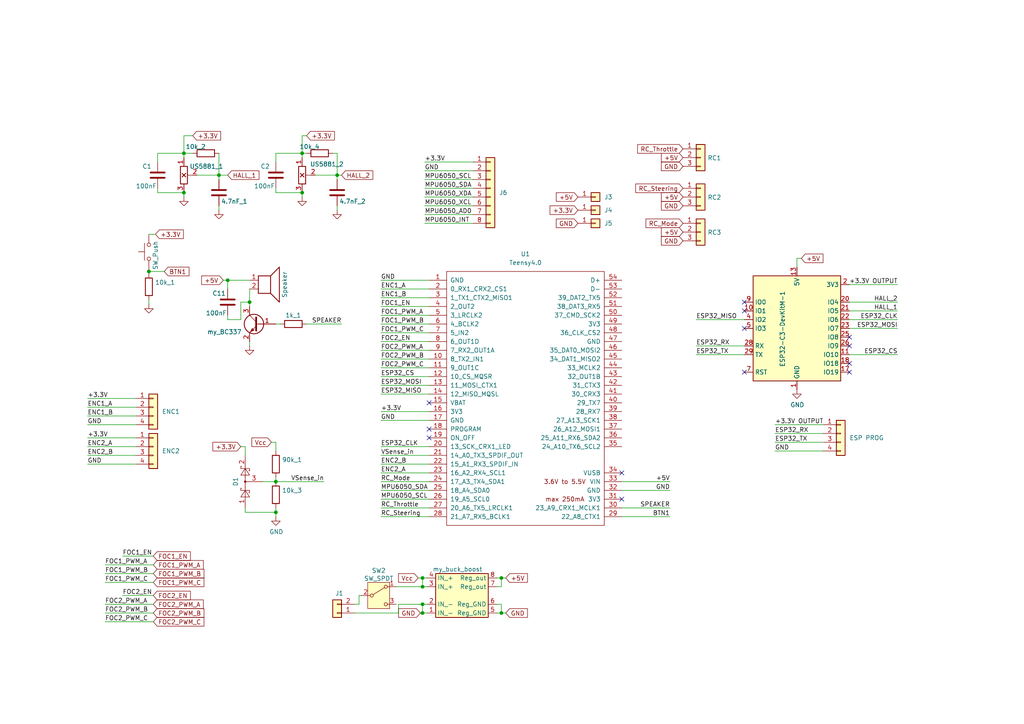
<source format=kicad_sch>
(kicad_sch (version 20231120) (generator "eeschema") (generator_version "8.0")
  (paper "A4")
  (lib_symbols
    (symbol "Connector_Generic:Conn_01x01" (pin_names (offset 1.016) hide)
      (property "Reference" "J" (at 0 2.54 0))
      (property "Value" "Conn_01x01" (at 0 -2.54 0))
      (symbol "Conn_01x01_1_1"
        (rectangle (start -1.27 0.127) (end 0 -0.127) (stroke (width 0.1524)))
        (rectangle (start -1.27 1.27) (end 1.27 -1.27) (stroke (width 0.254)) (fill (type background)))
        (pin passive line (at -5.08 0 0) (length 3.81) (name "Pin_1") (number "1"))
      )
    )
    (symbol "Connector_Generic:Conn_01x02" (pin_names (offset 1.016) hide)
      (property "Reference" "J" (at 0 2.54 0))
      (property "Value" "Conn_01x02" (at 0 -5.08 0))
      (symbol "Conn_01x02_1_1"
        (rectangle (start -1.27 -2.413) (end 0 -2.667) (stroke (width 0.1524)))
        (rectangle (start -1.27 0.127) (end 0 -0.127) (stroke (width 0.1524)))
        (rectangle (start -1.27 1.27) (end 1.27 -3.81) (stroke (width 0.254)) (fill (type background)))
        (pin passive line (at -5.08 0 0) (length 3.81) (name "Pin_1") (number "1"))
        (pin passive line (at -5.08 -2.54 0) (length 3.81) (name "Pin_2") (number "2"))
      )
    )
    (symbol "Connector_Generic:Conn_01x03" (pin_names (offset 1.016) hide)
      (property "Reference" "J" (at 0 5.08 0))
      (property "Value" "Conn_01x03" (at 0 -5.08 0))
      (symbol "Conn_01x03_1_1"
        (rectangle (start -1.27 -2.413) (end 0 -2.667) (stroke (width 0.1524)))
        (rectangle (start -1.27 0.127) (end 0 -0.127) (stroke (width 0.1524)))
        (rectangle (start -1.27 2.667) (end 0 2.413) (stroke (width 0.1524)))
        (rectangle (start -1.27 3.81) (end 1.27 -3.81) (stroke (width 0.254)) (fill (type background)))
        (pin passive line (at -5.08 2.54 0) (length 3.81) (name "Pin_1") (number "1"))
        (pin passive line (at -5.08 0 0) (length 3.81) (name "Pin_2") (number "2"))
        (pin passive line (at -5.08 -2.54 0) (length 3.81) (name "Pin_3") (number "3"))
      )
    )
    (symbol "Connector_Generic:Conn_01x04" (pin_names (offset 1.016) hide)
      (property "Reference" "J" (at 0 5.08 0))
      (property "Value" "Conn_01x04" (at 0 -7.62 0))
      (symbol "Conn_01x04_1_1"
        (rectangle (start -1.27 -4.953) (end 0 -5.207) (stroke (width 0.1524)))
        (rectangle (start -1.27 -2.413) (end 0 -2.667) (stroke (width 0.1524)))
        (rectangle (start -1.27 0.127) (end 0 -0.127) (stroke (width 0.1524)))
        (rectangle (start -1.27 2.667) (end 0 2.413) (stroke (width 0.1524)))
        (rectangle (start -1.27 3.81) (end 1.27 -6.35) (stroke (width 0.254)) (fill (type background)))
        (pin passive line (at -5.08 2.54 0) (length 3.81) (name "Pin_1") (number "1"))
        (pin passive line (at -5.08 0 0) (length 3.81) (name "Pin_2") (number "2"))
        (pin passive line (at -5.08 -2.54 0) (length 3.81) (name "Pin_3") (number "3"))
        (pin passive line (at -5.08 -5.08 0) (length 3.81) (name "Pin_4") (number "4"))
      )
    )
    (symbol "Connector_Generic:Conn_01x08" (pin_names (offset 1.016) hide)
      (property "Reference" "J" (at 0 10.16 0))
      (property "Value" "Conn_01x08" (at 0 -12.7 0))
      (symbol "Conn_01x08_1_1"
        (rectangle (start -1.27 -10.033) (end 0 -10.287) (stroke (width 0.1524)))
        (rectangle (start -1.27 -7.493) (end 0 -7.747) (stroke (width 0.1524)))
        (rectangle (start -1.27 -4.953) (end 0 -5.207) (stroke (width 0.1524)))
        (rectangle (start -1.27 -2.413) (end 0 -2.667) (stroke (width 0.1524)))
        (rectangle (start -1.27 0.127) (end 0 -0.127) (stroke (width 0.1524)))
        (rectangle (start -1.27 2.667) (end 0 2.413) (stroke (width 0.1524)))
        (rectangle (start -1.27 5.207) (end 0 4.953) (stroke (width 0.1524)))
        (rectangle (start -1.27 7.747) (end 0 7.493) (stroke (width 0.1524)))
        (rectangle (start -1.27 8.89) (end 1.27 -11.43) (stroke (width 0.254)) (fill (type background)))
        (pin passive line (at -5.08 7.62 0) (length 3.81) (name "Pin_1") (number "1"))
        (pin passive line (at -5.08 5.08 0) (length 3.81) (name "Pin_2") (number "2"))
        (pin passive line (at -5.08 2.54 0) (length 3.81) (name "Pin_3") (number "3"))
        (pin passive line (at -5.08 0 0) (length 3.81) (name "Pin_4") (number "4"))
        (pin passive line (at -5.08 -2.54 0) (length 3.81) (name "Pin_5") (number "5"))
        (pin passive line (at -5.08 -5.08 0) (length 3.81) (name "Pin_6") (number "6"))
        (pin passive line (at -5.08 -7.62 0) (length 3.81) (name "Pin_7") (number "7"))
        (pin passive line (at -5.08 -10.16 0) (length 3.81) (name "Pin_8") (number "8"))
      )
    )
    (symbol "Device:C" (pin_numbers hide) (pin_names (offset 0.254))
      (property "Reference" "C" (at 0.635 2.54 0))
      (property "Value" "C" (at 0.635 -2.54 0))
      (symbol "C_0_1"
        (polyline (pts (xy -2.032 -0.762) (xy 2.032 -0.762)) (stroke (width 0.508)))
        (polyline (pts (xy -2.032 0.762) (xy 2.032 0.762)) (stroke (width 0.508)))
      )
      (symbol "C_1_1"
        (pin passive line (at 0 3.81 270) (length 2.794) (name "~") (number "1"))
        (pin passive line (at 0 -3.81 90) (length 2.794) (name "~") (number "2"))
      )
    )
    (symbol "Device:R" (pin_numbers hide) (pin_names (offset 0))
      (property "Reference" "R" (at 2.032 0 90))
      (property "Value" "R" (at 0 0 90))
      (symbol "R_0_1"
        (rectangle (start -1.016 -2.54) (end 1.016 2.54) (stroke (width 0.254)))
      )
      (symbol "R_1_1"
        (pin passive line (at 0 3.81 270) (length 1.27) (name "~") (number "1"))
        (pin passive line (at 0 -3.81 90) (length 1.27) (name "~") (number "2"))
      )
    )
    (symbol "Device:Speaker" (pin_names (offset 0) hide)
      (property "Reference" "LS" (at 1.27 5.715 0))
      (property "Value" "Speaker" (at 1.27 3.81 0))
      (symbol "Speaker_0_0"
        (rectangle (start -2.54 1.27) (end 1.016 -3.81) (stroke (width 0.254)))
        (polyline (pts (xy 1.016 1.27) (xy 3.556 3.81) (xy 3.556 -6.35) (xy 1.016 -3.81)) (stroke (width 0.254)))
      )
      (symbol "Speaker_1_1"
        (pin input line (at -5.08 0 0) (length 2.54) (name "1") (number "1"))
        (pin input line (at -5.08 -2.54 0) (length 2.54) (name "2") (number "2"))
      )
    )
    (symbol "RF_Module:ESP32-C3-DevKitM-1"
      (property "Reference" "U" (at 7.62 16.51 0))
      (property "Value" "ESP32-C3-DevKitM-1" (at 11.684 -16.764 0))
      (symbol "ESP32-C3-DevKitM-1_1_1"
        (rectangle (start -12.7 15.24) (end 12.7 -15.24) (stroke (width 0.254)) (fill (type background)))
        (pin power_in line (at 0 -17.78 90) (length 2.54) (name "GND") (number "1"))
        (pin bidirectional line (at -15.24 5.08 0) (length 2.54) (name "IO1") (number "10"))
        (pin bidirectional line (at 15.24 -7.62 180) (length 2.54) (name "IO10") (number "11"))
        (pin passive line (at 0 -17.78 90) (length 2.54) hide (name "GND") (number "12"))
        (pin passive line (at 0 17.78 270) (length 2.54) (name "5V") (number "13"))
        (pin passive line (at 0 17.78 270) (length 2.54) hide (name "5V") (number "14"))
        (pin passive line (at 0 -17.78 90) (length 2.54) hide (name "GND") (number "15"))
        (pin passive line (at 0 -17.78 90) (length 2.54) hide (name "GND") (number "16"))
        (pin bidirectional line (at 15.24 -12.7 180) (length 2.54) (name "IO19") (number "17"))
        (pin bidirectional line (at 15.24 -10.16 180) (length 2.54) (name "IO18") (number "18"))
        (pin passive line (at 0 -17.78 90) (length 2.54) hide (name "GND") (number "19"))
        (pin power_out line (at 15.24 12.7 180) (length 2.54) (name "3V3") (number "2"))
        (pin bidirectional line (at 15.24 7.62 180) (length 2.54) (name "IO4") (number "20"))
        (pin bidirectional line (at 15.24 5.08 180) (length 2.54) (name "IO5") (number "21"))
        (pin bidirectional line (at 15.24 2.54 180) (length 2.54) (name "IO6") (number "22"))
        (pin bidirectional line (at 15.24 0 180) (length 2.54) (name "IO7") (number "23"))
        (pin passive line (at 0 -17.78 90) (length 2.54) hide (name "GND") (number "24"))
        (pin bidirectional line (at 15.24 -2.54 180) (length 2.54) (name "IO8") (number "25"))
        (pin bidirectional line (at 15.24 -5.08 180) (length 2.54) (name "IO9") (number "26"))
        (pin passive line (at 0 -17.78 90) (length 2.54) hide (name "GND") (number "27"))
        (pin input line (at -15.24 -5.08 0) (length 2.54) (name "RX") (number "28"))
        (pin output line (at -15.24 -7.62 0) (length 2.54) (name "TX") (number "29"))
        (pin passive line (at 15.24 12.7 180) (length 2.54) hide (name "3V3") (number "3"))
        (pin passive line (at 0 -17.78 90) (length 2.54) hide (name "GND") (number "30"))
        (pin bidirectional line (at -15.24 2.54 0) (length 2.54) (name "IO2") (number "4"))
        (pin bidirectional line (at -15.24 0 0) (length 2.54) (name "IO3") (number "5"))
        (pin passive line (at 0 -17.78 90) (length 2.54) hide (name "GND") (number "6"))
        (pin input line (at -15.24 -12.7 0) (length 2.54) (name "RST") (number "7"))
        (pin passive line (at 0 -17.78 90) (length 2.54) hide (name "GND") (number "8"))
        (pin bidirectional line (at -15.24 7.62 0) (length 2.54) (name "IO0") (number "9"))
      )
    )
    (symbol "Switch:SW_Push" (pin_numbers hide) (pin_names (offset 1.016) hide)
      (property "Reference" "SW" (at 1.27 2.54 0))
      (property "Value" "SW_Push" (at 0 -1.524 0))
      (symbol "SW_Push_0_1"
        (circle (center -2.032 0) (radius 0.508))
        (polyline (pts (xy 0 1.27) (xy 0 3.048)))
        (polyline (pts (xy 2.54 1.27) (xy -2.54 1.27)))
        (circle (center 2.032 0) (radius 0.508))
        (pin passive line (at -5.08 0 0) (length 2.54) (name "1") (number "1"))
        (pin passive line (at 5.08 0 180) (length 2.54) (name "2") (number "2"))
      )
    )
    (symbol "Switch:SW_SPDT" (pin_names (offset 0) hide)
      (property "Reference" "SW" (at 0 5.08 0))
      (property "Value" "SW_SPDT" (at 0 -5.08 0))
      (symbol "SW_SPDT_0_1"
        (circle (center -2.032 0) (radius 0.4572))
        (polyline (pts (xy -1.651 0.254) (xy 1.651 2.286)))
        (circle (center 2.032 -2.54) (radius 0.4572))
        (circle (center 2.032 2.54) (radius 0.4572))
      )
      (symbol "SW_SPDT_1_1"
        (rectangle (start -3.175 3.81) (end 3.175 -3.81) (fill (type background)))
        (pin passive line (at 5.08 2.54 180) (length 2.54) (name "A") (number "1"))
        (pin passive line (at -5.08 0 0) (length 2.54) (name "B") (number "2"))
        (pin passive line (at 5.08 -2.54 180) (length 2.54) (name "C") (number "3"))
      )
    )
    (symbol "Transistor_BJT:my_BC337" (pin_names (offset 0) hide)
      (property "Value" "my_BC337" (at 5.08 0.0001 0))
      (symbol "my_BC337_0_1"
        (polyline (pts (xy 0 0) (xy 0.635 0)))
        (polyline (pts (xy 0.635 0.635) (xy 2.54 2.54)))
        (polyline (pts (xy 0.635 -0.635) (xy 2.54 -2.54) (xy 2.54 -2.54)))
        (polyline (pts (xy 0.635 1.905) (xy 0.635 -1.905) (xy 0.635 -1.905)) (stroke (width 0.508)))
        (polyline (pts (xy 1.27 -1.778) (xy 1.778 -1.27) (xy 2.286 -2.286) (xy 1.27 -1.778) (xy 1.27 -1.778)) (fill (type outline)))
        (circle (center 1.27 0) (radius 2.8194) (stroke (width 0.254)))
      )
      (symbol "my_BC337_1_1"
        (pin input line (at -5.08 0 0) (length 5.08) (name "B") (number "1"))
        (pin passive line (at 2.54 -5.08 90) (length 2.54) (name "E") (number "2"))
        (pin passive line (at 2.54 5.08 270) (length 2.54) (name "C") (number "3"))
      )
    )
    (symbol "teensy:Teensy4.0" (pin_names (offset 1.016))
      (property "Reference" "U" (at 0 39.37 0))
      (property "Value" "Teensy4.0" (at 0 -39.37 0))
      (symbol "Teensy4.0_0_0"
        (text "3.6V to 5.5V" (at 11.43 -24.13 0) (effects (font (size 1.27 1.27))))
        (text "max 250mA" (at 11.43 -29.21 0) (effects (font (size 1.27 1.27))))
        (pin bidirectional line (at -27.94 11.43 0) (length 5.08) (name "8_TX2_IN1") (number "10"))
        (pin bidirectional line (at -27.94 8.89 0) (length 5.08) (name "9_OUT1C") (number "11"))
        (pin bidirectional line (at -27.94 6.35 0) (length 5.08) (name "10_CS_MQSR") (number "12"))
        (pin bidirectional line (at -27.94 3.81 0) (length 5.08) (name "11_MOSI_CTX1") (number "13"))
        (pin bidirectional line (at -27.94 1.27 0) (length 5.08) (name "12_MISO_MQSL") (number "14"))
        (pin power_in line (at -27.94 -1.27 0) (length 5.08) (name "VBAT") (number "15"))
        (pin power_in line (at -27.94 -3.81 0) (length 5.08) (name "3V3") (number "16"))
        (pin power_in line (at -27.94 -6.35 0) (length 5.08) (name "GND") (number "17"))
        (pin input line (at -27.94 -8.89 0) (length 5.08) (name "PROGRAM") (number "18"))
        (pin input line (at -27.94 -11.43 0) (length 5.08) (name "ON_OFF") (number "19"))
        (pin bidirectional line (at -27.94 -13.97 0) (length 5.08) (name "13_SCK_CRX1_LED") (number "20"))
        (pin bidirectional line (at -27.94 -16.51 0) (length 5.08) (name "14_A0_TX3_SPDIF_OUT") (number "21"))
        (pin bidirectional line (at -27.94 -19.05 0) (length 5.08) (name "15_A1_RX3_SPDIF_IN") (number "22"))
        (pin bidirectional line (at -27.94 -21.59 0) (length 5.08) (name "16_A2_RX4_SCL1") (number "23"))
        (pin bidirectional line (at -27.94 -24.13 0) (length 5.08) (name "17_A3_TX4_SDA1") (number "24"))
        (pin bidirectional line (at -27.94 -26.67 0) (length 5.08) (name "18_A4_SDA0") (number "25"))
        (pin bidirectional line (at -27.94 -29.21 0) (length 5.08) (name "19_A5_SCL0") (number "26"))
        (pin bidirectional line (at -27.94 -31.75 0) (length 5.08) (name "20_A6_TX5_LRCLK1") (number "27"))
        (pin bidirectional line (at -27.94 -34.29 0) (length 5.08) (name "21_A7_RX5_BCLK1") (number "28"))
        (pin bidirectional line (at 27.94 -34.29 180) (length 5.08) (name "22_A8_CTX1") (number "29"))
        (pin bidirectional line (at 27.94 -31.75 180) (length 5.08) (name "23_A9_CRX1_MCLK1") (number "30"))
        (pin power_out line (at 27.94 -29.21 180) (length 5.08) (name "3V3") (number "31"))
        (pin power_in line (at 27.94 -26.67 180) (length 5.08) (name "GND") (number "32"))
        (pin power_in line (at 27.94 -24.13 180) (length 5.08) (name "VIN") (number "33"))
        (pin power_out line (at 27.94 -21.59 180) (length 5.08) (name "VUSB") (number "34"))
        (pin bidirectional line (at 27.94 -13.97 180) (length 5.08) (name "24_A10_TX6_SCL2") (number "35"))
        (pin bidirectional line (at 27.94 -11.43 180) (length 5.08) (name "25_A11_RX6_SDA2") (number "36"))
        (pin bidirectional line (at 27.94 -8.89 180) (length 5.08) (name "26_A12_MOSI1") (number "37"))
        (pin bidirectional line (at 27.94 -6.35 180) (length 5.08) (name "27_A13_SCK1") (number "38"))
        (pin bidirectional line (at 27.94 -3.81 180) (length 5.08) (name "28_RX7") (number "39"))
        (pin bidirectional line (at 27.94 -1.27 180) (length 5.08) (name "29_TX7") (number "40"))
        (pin bidirectional line (at 27.94 1.27 180) (length 5.08) (name "30_CRX3") (number "41"))
        (pin bidirectional line (at 27.94 3.81 180) (length 5.08) (name "31_CTX3") (number "42"))
        (pin bidirectional line (at 27.94 6.35 180) (length 5.08) (name "32_OUT1B") (number "43"))
        (pin bidirectional line (at 27.94 8.89 180) (length 5.08) (name "33_MCLK2") (number "44"))
        (pin bidirectional line (at 27.94 11.43 180) (length 5.08) (name "34_DAT1_MISO2") (number "45"))
        (pin bidirectional line (at 27.94 13.97 180) (length 5.08) (name "35_DAT0_MOSI2") (number "46"))
        (pin power_out line (at 27.94 16.51 180) (length 5.08) (name "GND") (number "47"))
        (pin bidirectional line (at 27.94 19.05 180) (length 5.08) (name "36_CLK_CS2") (number "48"))
        (pin power_out line (at 27.94 21.59 180) (length 5.08) (name "3V3") (number "49"))
        (pin bidirectional line (at -27.94 24.13 0) (length 5.08) (name "3_LRCLK2") (number "5"))
        (pin bidirectional line (at 27.94 24.13 180) (length 5.08) (name "37_CMD_SCK2") (number "50"))
        (pin bidirectional line (at 27.94 26.67 180) (length 5.08) (name "38_DAT3_RX5") (number "51"))
        (pin bidirectional line (at 27.94 29.21 180) (length 5.08) (name "39_DAT2_TX5") (number "52"))
        (pin bidirectional line (at 27.94 31.75 180) (length 5.08) (name "D-") (number "53"))
        (pin bidirectional line (at 27.94 34.29 180) (length 5.08) (name "D+") (number "54"))
        (pin bidirectional line (at -27.94 21.59 0) (length 5.08) (name "4_BCLK2") (number "6"))
        (pin bidirectional line (at -27.94 19.05 0) (length 5.08) (name "5_IN2") (number "7"))
        (pin bidirectional line (at -27.94 16.51 0) (length 5.08) (name "6_OUT1D") (number "8"))
        (pin bidirectional line (at -27.94 13.97 0) (length 5.08) (name "7_RX2_OUT1A") (number "9"))
      )
      (symbol "Teensy4.0_0_1"
        (rectangle (start -22.86 36.83) (end 22.86 -36.83))
        (rectangle (start -20.32 -31.75) (end -20.32 -31.75))
      )
      (symbol "Teensy4.0_1_1"
        (pin power_in line (at -27.94 34.29 0) (length 5.08) (name "GND") (number "1"))
        (pin bidirectional line (at -27.94 31.75 0) (length 5.08) (name "0_RX1_CRX2_CS1") (number "2"))
        (pin bidirectional line (at -27.94 29.21 0) (length 5.08) (name "1_TX1_CTX2_MISO1") (number "3"))
        (pin bidirectional line (at -27.94 26.67 0) (length 5.08) (name "2_OUT2") (number "4"))
      )
    )
    (symbol "two_motor_driver-rescue:BAT54S-Diode" (pin_names (offset 1.016))
      (property "Reference" "D" (at 0.635 -3.81 0))
      (property "Value" "Diode_BAT54S" (at -6.35 3.175 0))
      (symbol "BAT54S-Diode_0_1"
        (polyline (pts (xy -3.81 0) (xy -1.27 0)))
        (polyline (pts (xy -3.175 -1.27) (xy -3.175 -1.016)))
        (polyline (pts (xy -2.54 -1.27) (xy -3.175 -1.27)))
        (polyline (pts (xy -2.54 -1.27) (xy -2.54 1.27)))
        (polyline (pts (xy -2.54 1.27) (xy -1.905 1.27)))
        (polyline (pts (xy -1.905 0) (xy 1.905 0)))
        (polyline (pts (xy -1.905 1.27) (xy -1.905 1.016)))
        (polyline (pts (xy 1.27 0) (xy 3.81 0)))
        (polyline (pts (xy 3.175 -1.27) (xy 3.175 -1.016)))
        (polyline (pts (xy 3.81 -1.27) (xy 3.175 -1.27)))
        (polyline (pts (xy 3.81 -1.27) (xy 3.81 1.27)))
        (polyline (pts (xy 3.81 1.27) (xy 4.445 1.27)))
        (polyline (pts (xy 4.445 1.27) (xy 4.445 1.016)))
        (polyline (pts (xy -4.445 1.27) (xy -4.445 -1.27) (xy -2.54 0) (xy -4.445 1.27)))
        (polyline (pts (xy 1.905 1.27) (xy 1.905 -1.27) (xy 3.81 0) (xy 1.905 1.27)))
        (circle (center 0 0) (radius 0.254) (fill (type outline)))
      )
      (symbol "BAT54S-Diode_1_1"
        (pin passive line (at -7.62 0 0) (length 3.81) (name "~") (number "1"))
        (pin passive line (at 7.62 0 180) (length 3.81) (name "~") (number "2"))
        (pin passive line (at 0 -5.08 90) (length 5.08) (name "~") (number "3"))
      )
    )
    (symbol "two_motor_driver-rescue:GND-power" (power) (pin_names (offset 0))
      (property "Value" "power_GND" (at 0 -3.81 0))
      (symbol "GND-power_0_1"
        (polyline (pts (xy 0 0) (xy 0 -1.27) (xy 1.27 -1.27) (xy 0 -2.54) (xy -1.27 -1.27) (xy 0 -1.27)))
      )
      (symbol "GND-power_1_1"
        (pin power_in line (at 0 0 270) (length 0) hide (name "GND") (number "1"))
      )
    )
    (symbol "two_motor_driver-rescue:hall_effect_three_wire-Device" (pin_names (offset 0) hide)
      (property "Reference" "HS" (at 3.81 4.445 0))
      (property "Value" "Device_hall_effect_three_wire" (at 2.54 2.54 0))
      (symbol "hall_effect_three_wire-Device_0_1"
        (rectangle (start -1.016 2.54) (end 1.016 -2.54) (stroke (width 0.254)))
        (polyline (pts (xy -0.508 -0.508) (xy 0.508 0.508)) (stroke (width 0.254)))
        (polyline (pts (xy -0.508 0.508) (xy 0.508 -0.508)) (stroke (width 0.254)))
        (polyline (pts (xy 1.016 0) (xy 2.54 0)))
      )
      (symbol "hall_effect_three_wire-Device_1_1"
        (pin passive line (at 0 5.08 270) (length 2.54) (name "V+") (number "1"))
        (pin passive line (at 3.81 0 180) (length 1.27) (name "out") (number "2"))
        (pin passive line (at 0 -5.08 90) (length 2.54) (name "V-") (number "3"))
      )
    )
    (symbol "two_motor_driver-rescue:my_buck_boost-Regulator_Switching"
      (property "Reference" "U" (at -6.35 6.35 0))
      (property "Value" "Regulator_Switching_my_buck_boost" (at -5.08 7.62 0))
      (symbol "my_buck_boost-Regulator_Switching_0_1"
        (rectangle (start -7.62 5.08) (end 7.62 -7.62) (stroke (width 0.254)) (fill (type background)))
      )
      (symbol "my_buck_boost-Regulator_Switching_1_1"
        (pin open_emitter line (at -10.16 3.81 0) (length 2.54) (name "IN_-") (number "1"))
        (pin power_in line (at -10.16 1.27 0) (length 2.54) (name "IN_-") (number "2"))
        (pin power_out line (at -10.16 -3.81 0) (length 2.54) (name "IN_+") (number "3"))
        (pin power_in line (at -10.16 -6.35 0) (length 2.54) (name "IN_+") (number "4"))
        (pin power_out line (at 10.16 3.81 180) (length 2.54) (name "Reg_GND") (number "5"))
        (pin power_out line (at 10.16 1.27 180) (length 2.54) (name "Reg_GND") (number "6"))
        (pin power_out line (at 10.16 -3.81 180) (length 2.54) (name "Reg_out") (number "7"))
        (pin power_out line (at 10.16 -6.35 180) (length 2.54) (name "Reg_out") (number "8"))
      )
    )
  )
  (junction (at 63.5 50.8))
  (junction (at 80.01 148.59))
  (junction (at 122.555 167.64))
  (junction (at 53.34 44.45))
  (junction (at 72.39 87.63))
  (junction (at 145.415 177.8))
  (junction (at 66.04 81.28))
  (junction (at 122.555 177.8))
  (junction (at 122.555 175.26))
  (junction (at 122.555 170.18))
  (junction (at 87.63 44.45))
  (junction (at 80.01 139.7))
  (junction (at 43.18 78.74))
  (junction (at 145.415 167.64))
  (junction (at 53.34 55.88))
  (junction (at 87.63 55.88))
  (junction (at 97.79 50.8))
  (no_connect (at 246.38 97.79))
  (no_connect (at 246.38 100.33))
  (no_connect (at 124.46 124.46))
  (no_connect (at 246.38 107.95))
  (no_connect (at 215.9 87.63))
  (no_connect (at 180.34 144.78))
  (no_connect (at 246.38 105.41))
  (no_connect (at 124.46 127))
  (no_connect (at 124.46 116.84))
  (no_connect (at 215.9 95.25))
  (no_connect (at 215.9 107.95))
  (no_connect (at 215.9 90.17))
  (no_connect (at 180.34 137.16))
  (wire (pts (xy 145.415 167.64) (xy 144.145 167.64)))
  (wire (pts (xy 25.4 132.08) (xy 39.37 132.08)))
  (wire (pts (xy 66.04 91.44) (xy 66.04 92.71)))
  (wire (pts (xy 110.49 91.44) (xy 124.46 91.44)))
  (wire (pts (xy 194.31 142.24) (xy 180.34 142.24)))
  (wire (pts (xy 110.49 137.16) (xy 124.46 137.16)))
  (wire (pts (xy 201.93 92.71) (xy 215.9 92.71)))
  (wire (pts (xy 110.49 86.36) (xy 124.46 86.36)))
  (wire (pts (xy 30.48 166.37) (xy 44.45 166.37)))
  (wire (pts (xy 123.825 177.8) (xy 122.555 177.8)))
  (wire (pts (xy 123.19 62.23) (xy 137.16 62.23)))
  (wire (pts (xy 123.19 49.53) (xy 137.16 49.53)))
  (wire (pts (xy 80.01 54.61) (xy 80.01 55.88)))
  (wire (pts (xy 110.49 142.24) (xy 124.46 142.24)))
  (wire (pts (xy 66.04 92.71) (xy 69.85 92.71)))
  (wire (pts (xy 110.49 81.28) (xy 124.46 81.28)))
  (wire (pts (xy 30.48 163.83) (xy 44.45 163.83)))
  (wire (pts (xy 63.5 50.8) (xy 63.5 52.07)))
  (wire (pts (xy 88.9 93.98) (xy 99.06 93.98)))
  (wire (pts (xy 71.12 148.59) (xy 80.01 148.59)))
  (wire (pts (xy 80.01 148.59) (xy 80.01 149.86)))
  (wire (pts (xy 78.74 128.27) (xy 80.01 128.27)))
  (wire (pts (xy 76.2 139.7) (xy 80.01 139.7)))
  (wire (pts (xy 80.01 93.98) (xy 81.28 93.98)))
  (wire (pts (xy 64.77 81.28) (xy 66.04 81.28)))
  (wire (pts (xy 115.57 177.8) (xy 102.87 177.8)))
  (wire (pts (xy 260.35 87.63) (xy 246.38 87.63)))
  (wire (pts (xy 91.44 50.8) (xy 97.79 50.8)))
  (wire (pts (xy 123.19 52.07) (xy 137.16 52.07)))
  (wire (pts (xy 80.01 147.32) (xy 80.01 148.59)))
  (wire (pts (xy 80.01 44.45) (xy 80.01 46.99)))
  (wire (pts (xy 122.555 175.26) (xy 115.57 175.26)))
  (wire (pts (xy 72.39 83.82) (xy 72.39 87.63)))
  (wire (pts (xy 122.555 170.18) (xy 123.825 170.18)))
  (wire (pts (xy 260.35 90.17) (xy 246.38 90.17)))
  (wire (pts (xy 110.49 139.7) (xy 124.46 139.7)))
  (wire (pts (xy 122.555 167.64) (xy 123.825 167.64)))
  (wire (pts (xy 110.49 96.52) (xy 124.46 96.52)))
  (wire (pts (xy 224.79 128.27) (xy 238.76 128.27)))
  (wire (pts (xy 53.34 44.45) (xy 45.72 44.45)))
  (wire (pts (xy 144.145 175.26) (xy 145.415 175.26)))
  (wire (pts (xy 25.4 129.54) (xy 39.37 129.54)))
  (wire (pts (xy 145.415 177.8) (xy 146.685 177.8)))
  (wire (pts (xy 97.79 50.8) (xy 99.06 50.8)))
  (wire (pts (xy 87.63 45.72) (xy 87.63 44.45)))
  (wire (pts (xy 260.35 95.25) (xy 246.38 95.25)))
  (wire (pts (xy 97.79 50.8) (xy 97.79 52.07)))
  (wire (pts (xy 231.14 74.93) (xy 231.14 77.47)))
  (wire (pts (xy 260.35 82.55) (xy 246.38 82.55)))
  (wire (pts (xy 71.12 129.54) (xy 69.85 129.54)))
  (wire (pts (xy 87.63 44.45) (xy 80.01 44.45)))
  (wire (pts (xy 45.72 55.88) (xy 53.34 55.88)))
  (wire (pts (xy 43.18 78.74) (xy 43.18 79.375)))
  (wire (pts (xy 104.14 175.26) (xy 104.14 172.72)))
  (wire (pts (xy 201.93 102.87) (xy 215.9 102.87)))
  (wire (pts (xy 87.63 39.37) (xy 87.63 44.45)))
  (wire (pts (xy 110.49 104.14) (xy 124.46 104.14)))
  (wire (pts (xy 63.5 59.69) (xy 63.5 60.96)))
  (wire (pts (xy 110.49 93.98) (xy 124.46 93.98)))
  (wire (pts (xy 97.79 44.45) (xy 97.79 50.8)))
  (wire (pts (xy 69.85 92.71) (xy 69.85 87.63)))
  (wire (pts (xy 30.48 177.8) (xy 44.45 177.8)))
  (wire (pts (xy 110.49 106.68) (xy 124.46 106.68)))
  (wire (pts (xy 122.555 175.26) (xy 122.555 177.8)))
  (wire (pts (xy 25.4 123.19) (xy 39.37 123.19)))
  (wire (pts (xy 57.15 50.8) (xy 63.5 50.8)))
  (wire (pts (xy 110.49 101.6) (xy 124.46 101.6)))
  (wire (pts (xy 25.4 115.57) (xy 39.37 115.57)))
  (wire (pts (xy 110.49 119.38) (xy 124.46 119.38)))
  (wire (pts (xy 43.18 67.945) (xy 45.085 67.945)))
  (wire (pts (xy 80.01 128.27) (xy 80.01 130.81)))
  (wire (pts (xy 45.72 54.61) (xy 45.72 55.88)))
  (wire (pts (xy 80.01 138.43) (xy 80.01 139.7)))
  (wire (pts (xy 110.49 111.76) (xy 124.46 111.76)))
  (wire (pts (xy 110.49 88.9) (xy 124.46 88.9)))
  (wire (pts (xy 25.4 134.62) (xy 39.37 134.62)))
  (wire (pts (xy 55.88 39.37) (xy 53.34 39.37)))
  (wire (pts (xy 45.72 44.45) (xy 45.72 46.99)))
  (wire (pts (xy 123.19 57.15) (xy 137.16 57.15)))
  (wire (pts (xy 63.5 50.8) (xy 66.04 50.8)))
  (wire (pts (xy 53.34 44.45) (xy 55.88 44.45)))
  (wire (pts (xy 53.34 57.15) (xy 53.34 55.88)))
  (wire (pts (xy 93.98 139.7) (xy 80.01 139.7)))
  (wire (pts (xy 30.48 168.91) (xy 44.45 168.91)))
  (wire (pts (xy 260.35 92.71) (xy 246.38 92.71)))
  (wire (pts (xy 25.4 118.11) (xy 39.37 118.11)))
  (wire (pts (xy 123.19 64.77) (xy 137.16 64.77)))
  (wire (pts (xy 110.49 114.3) (xy 124.46 114.3)))
  (wire (pts (xy 96.52 44.45) (xy 97.79 44.45)))
  (wire (pts (xy 102.87 175.26) (xy 104.14 175.26)))
  (wire (pts (xy 123.19 59.69) (xy 137.16 59.69)))
  (wire (pts (xy 121.285 167.64) (xy 122.555 167.64)))
  (wire (pts (xy 63.5 44.45) (xy 63.5 50.8)))
  (wire (pts (xy 110.49 129.54) (xy 124.46 129.54)))
  (wire (pts (xy 201.93 100.33) (xy 215.9 100.33)))
  (wire (pts (xy 110.49 132.08) (xy 124.46 132.08)))
  (wire (pts (xy 72.39 99.06) (xy 72.39 100.33)))
  (wire (pts (xy 224.79 125.73) (xy 238.76 125.73)))
  (wire (pts (xy 122.555 170.18) (xy 122.555 167.64)))
  (wire (pts (xy 123.19 46.99) (xy 137.16 46.99)))
  (wire (pts (xy 43.18 78.105) (xy 43.18 78.74)))
  (wire (pts (xy 35.56 172.72) (xy 44.45 172.72)))
  (wire (pts (xy 110.49 121.92) (xy 124.46 121.92)))
  (wire (pts (xy 144.145 170.18) (xy 145.415 170.18)))
  (wire (pts (xy 260.35 102.87) (xy 246.38 102.87)))
  (wire (pts (xy 114.935 170.18) (xy 122.555 170.18)))
  (wire (pts (xy 43.18 86.995) (xy 43.18 88.265)))
  (wire (pts (xy 123.19 54.61) (xy 137.16 54.61)))
  (wire (pts (xy 145.415 175.26) (xy 145.415 177.8)))
  (wire (pts (xy 194.31 139.7) (xy 180.34 139.7)))
  (wire (pts (xy 53.34 39.37) (xy 53.34 44.45)))
  (wire (pts (xy 110.49 109.22) (xy 124.46 109.22)))
  (wire (pts (xy 145.415 170.18) (xy 145.415 167.64)))
  (wire (pts (xy 30.48 175.26) (xy 44.45 175.26)))
  (wire (pts (xy 30.48 180.34) (xy 44.45 180.34)))
  (wire (pts (xy 104.14 172.72) (xy 104.775 172.72)))
  (wire (pts (xy 146.685 167.64) (xy 145.415 167.64)))
  (wire (pts (xy 144.145 177.8) (xy 145.415 177.8)))
  (wire (pts (xy 123.825 175.26) (xy 122.555 175.26)))
  (wire (pts (xy 224.79 130.81) (xy 238.76 130.81)))
  (wire (pts (xy 72.39 87.63) (xy 72.39 88.9)))
  (wire (pts (xy 25.4 120.65) (xy 39.37 120.65)))
  (wire (pts (xy 71.12 132.08) (xy 71.12 129.54)))
  (wire (pts (xy 87.63 44.45) (xy 88.9 44.45)))
  (wire (pts (xy 25.4 127) (xy 39.37 127)))
  (wire (pts (xy 88.9 39.37) (xy 87.63 39.37)))
  (wire (pts (xy 66.04 81.28) (xy 66.04 83.82)))
  (wire (pts (xy 87.63 57.15) (xy 87.63 55.88)))
  (wire (pts (xy 66.04 81.28) (xy 72.39 81.28)))
  (wire (pts (xy 43.18 78.74) (xy 47.625 78.74)))
  (wire (pts (xy 110.49 147.32) (xy 124.46 147.32)))
  (wire (pts (xy 110.49 144.78) (xy 124.46 144.78)))
  (wire (pts (xy 80.01 55.88) (xy 87.63 55.88)))
  (wire (pts (xy 122.555 177.8) (xy 121.92 177.8)))
  (wire (pts (xy 110.49 134.62) (xy 124.46 134.62)))
  (wire (pts (xy 71.12 147.32) (xy 71.12 148.59)))
  (wire (pts (xy 69.85 87.63) (xy 72.39 87.63)))
  (wire (pts (xy 110.49 83.82) (xy 124.46 83.82)))
  (wire (pts (xy 194.31 149.86) (xy 180.34 149.86)))
  (wire (pts (xy 97.79 59.69) (xy 97.79 60.96)))
  (wire (pts (xy 35.56 161.29) (xy 44.45 161.29)))
  (wire (pts (xy 53.34 45.72) (xy 53.34 44.45)))
  (wire (pts (xy 115.57 175.26) (xy 115.57 177.8)))
  (wire (pts (xy 224.79 123.19) (xy 238.76 123.19)))
  (wire (pts (xy 232.41 74.93) (xy 231.14 74.93)))
  (wire (pts (xy 110.49 149.86) (xy 124.46 149.86)))
  (wire (pts (xy 110.49 99.06) (xy 124.46 99.06)))
  (wire (pts (xy 194.31 147.32) (xy 180.34 147.32)))
  (label "+3.3V" (at 25.4 115.57 0))
  (label "MPU6050_XCL" (at 123.19 59.69 0))
  (label "+3.3V OUTPUT" (at 224.79 123.19 0))
  (label "FOC2_PWM_B" (at 30.48 177.8 0))
  (label "FOC2_PWM_C" (at 30.48 180.34 0))
  (label "GND" (at 123.19 49.53 0))
  (label "ENC2_B" (at 110.49 134.62 0))
  (label "FOC1_PWM_A" (at 30.48 163.83 0))
  (label "FOC1_PWM_B" (at 110.49 93.98 0))
  (label "VSense_in" (at 110.49 132.08 0))
  (label "BTN1" (at 194.31 149.86 180))
  (label "MPU6050_SCL" (at 123.19 52.07 0))
  (label "RC_Mode" (at 110.49 139.7 0))
  (label "GND" (at 25.4 123.19 0))
  (label "MPU6050_AD0" (at 123.19 62.23 0))
  (label "GND" (at 224.79 130.81 0))
  (label "ESP32_CS" (at 110.49 109.22 0))
  (label "+3.3V" (at 110.49 119.38 0))
  (label "ENC1_B" (at 25.4 120.65 0))
  (label "MPU6050_XDA" (at 123.19 57.15 0))
  (label "ENC1_A" (at 110.49 83.82 0))
  (label "+5V" (at 194.31 139.7 180))
  (label "RC_Steering" (at 110.49 149.86 0))
  (label "FOC2_EN" (at 110.49 99.06 0))
  (label "FOC2_EN" (at 35.56 172.72 0))
  (label "ESP32_TX" (at 201.93 102.87 0))
  (label "ESP32_CLK" (at 110.49 129.54 0))
  (label "FOC1_PWM_A" (at 110.49 91.44 0))
  (label "ESP32_MISO" (at 110.49 114.3 0))
  (label "FOC2_PWM_C" (at 110.49 106.68 0))
  (label "SPEAKER" (at 194.31 147.32 180))
  (label "GND" (at 110.49 81.28 0))
  (label "+3.3V" (at 25.4 127 0))
  (label "+3.3V" (at 123.19 46.99 0))
  (label "MPU6050_SDA" (at 110.49 142.24 0))
  (label "FOC1_PWM_C" (at 110.49 96.52 0))
  (label "MPU6050_SCL" (at 110.49 144.78 0))
  (label "GND" (at 110.49 121.92 0))
  (label "VSense_in" (at 93.98 139.7 180))
  (label "FOC2_PWM_A" (at 110.49 101.6 0))
  (label "GND" (at 25.4 134.62 0))
  (label "FOC1_PWM_C" (at 30.48 168.91 0))
  (label "ESP32_RX" (at 224.79 125.73 0))
  (label "ESP32_CS" (at 260.35 102.87 180))
  (label "FOC2_PWM_A" (at 30.48 175.26 0))
  (label "HALL_1" (at 260.35 90.17 180))
  (label "ESP32_RX" (at 201.93 100.33 0))
  (label "ESP32_MOSI" (at 110.49 111.76 0))
  (label "ENC2_A" (at 110.49 137.16 0))
  (label "ESP32_MOSI" (at 260.35 95.25 180))
  (label "ESP32_MISO" (at 201.93 92.71 0))
  (label "RC_Throttle" (at 110.49 147.32 0))
  (label "ENC2_A" (at 25.4 129.54 0))
  (label "ESP32_CLK" (at 260.35 92.71 180))
  (label "SPEAKER" (at 99.06 93.98 180))
  (label "ENC1_B" (at 110.49 86.36 0))
  (label "FOC1_EN" (at 35.56 161.29 0))
  (label "FOC1_PWM_B" (at 30.48 166.37 0))
  (label "FOC1_EN" (at 110.49 88.9 0))
  (label "ESP32_TX" (at 224.79 128.27 0))
  (label "+3.3V OUTPUT" (at 260.35 82.55 180))
  (label "ENC1_A" (at 25.4 118.11 0))
  (label "MPU6050_SDA" (at 123.19 54.61 0))
  (label "GND" (at 194.31 142.24 180))
  (label "ENC2_B" (at 25.4 132.08 0))
  (label "FOC2_PWM_B" (at 110.49 104.14 0))
  (label "MPU6050_INT" (at 123.19 64.77 0))
  (label "HALL_2" (at 260.35 87.63 180))
  (global_label "GND" (shape input) (at 198.12 69.85 180) (property "Intersheetrefs" "${INTERSHEET_REFS}" (effects (hide yes))))
  (global_label "FOC1_PWM_A" (shape input) (at 44.45 163.83 0) (property "Intersheetrefs" "${INTERSHEET_REFS}" (effects (hide yes))))
  (global_label "GND" (shape input) (at 146.685 177.8 0) (property "Intersheetrefs" "${INTERSHEET_REFS}" (effects (hide yes))))
  (global_label "+3.3V" (shape input) (at 69.85 129.54 180) (property "Intersheetrefs" "${INTERSHEET_REFS}" (effects (hide yes))))
  (global_label "+5V" (shape input) (at 232.41 74.93 0) (property "Intersheetrefs" "${INTERSHEET_REFS}" (effects (hide yes))))
  (global_label "+3.3V" (shape input) (at 167.64 60.96 180) (property "Intersheetrefs" "${INTERSHEET_REFS}" (effects (hide yes))))
  (global_label "FOC2_PWM_A" (shape input) (at 44.45 175.26 0) (property "Intersheetrefs" "${INTERSHEET_REFS}" (effects (hide yes))))
  (global_label "BTN1" (shape input) (at 47.625 78.74 0) (property "Intersheetrefs" "${INTERSHEET_REFS}" (effects (hide yes))))
  (global_label "Vcc" (shape input) (at 121.285 167.64 180) (property "Intersheetrefs" "${INTERSHEET_REFS}" (effects (hide yes))))
  (global_label "GND" (shape input) (at 167.64 64.77 180) (property "Intersheetrefs" "${INTERSHEET_REFS}" (effects (hide yes))))
  (global_label "HALL_1" (shape input) (at 66.04 50.8 0) (property "Intersheetrefs" "${INTERSHEET_REFS}" (effects (hide yes))))
  (global_label "GND" (shape input) (at 198.12 48.26 180) (property "Intersheetrefs" "${INTERSHEET_REFS}" (effects (hide yes))))
  (global_label "RC_Throttle" (shape input) (at 198.12 43.18 180) (property "Intersheetrefs" "${INTERSHEET_REFS}" (effects (hide yes))))
  (global_label "+5V" (shape input) (at 64.77 81.28 180) (property "Intersheetrefs" "${INTERSHEET_REFS}" (effects (hide yes))))
  (global_label "Vcc" (shape input) (at 78.74 128.27 180) (property "Intersheetrefs" "${INTERSHEET_REFS}" (effects (hide yes))))
  (global_label "+3.3V" (shape input) (at 45.085 67.945 0) (property "Intersheetrefs" "${INTERSHEET_REFS}" (effects (hide yes))))
  (global_label "+3.3V" (shape input) (at 55.88 39.37 0) (property "Intersheetrefs" "${INTERSHEET_REFS}" (effects (hide yes))))
  (global_label "FOC1_EN" (shape input) (at 44.45 161.29 0) (property "Intersheetrefs" "${INTERSHEET_REFS}" (effects (hide yes))))
  (global_label "FOC2_PWM_B" (shape input) (at 44.45 177.8 0) (property "Intersheetrefs" "${INTERSHEET_REFS}" (effects (hide yes))))
  (global_label "HALL_2" (shape input) (at 99.06 50.8 0) (property "Intersheetrefs" "${INTERSHEET_REFS}" (effects (hide yes))))
  (global_label "FOC2_EN" (shape input) (at 44.45 172.72 0) (property "Intersheetrefs" "${INTERSHEET_REFS}" (effects (hide yes))))
  (global_label "GND" (shape input) (at 198.12 59.69 180) (property "Intersheetrefs" "${INTERSHEET_REFS}" (effects (hide yes))))
  (global_label "GND" (shape input) (at 121.92 177.8 180) (property "Intersheetrefs" "${INTERSHEET_REFS}" (effects (hide yes))))
  (global_label "+5V" (shape input) (at 198.12 45.72 180) (property "Intersheetrefs" "${INTERSHEET_REFS}" (effects (hide yes))))
  (global_label "RC_Steering" (shape input) (at 198.12 54.61 180) (property "Intersheetrefs" "${INTERSHEET_REFS}" (effects (hide yes))))
  (global_label "FOC1_PWM_C" (shape input) (at 44.45 168.91 0) (property "Intersheetrefs" "${INTERSHEET_REFS}" (effects (hide yes))))
  (global_label "+5V" (shape input) (at 146.685 167.64 0) (property "Intersheetrefs" "${INTERSHEET_REFS}" (effects (hide yes))))
  (global_label "FOC1_PWM_B" (shape input) (at 44.45 166.37 0) (property "Intersheetrefs" "${INTERSHEET_REFS}" (effects (hide yes))))
  (global_label "RC_Mode" (shape input) (at 198.12 64.77 180) (property "Intersheetrefs" "${INTERSHEET_REFS}" (effects (hide yes))))
  (global_label "FOC2_PWM_C" (shape input) (at 44.45 180.34 0) (property "Intersheetrefs" "${INTERSHEET_REFS}" (effects (hide yes))))
  (global_label "+5V" (shape input) (at 198.12 67.31 180) (property "Intersheetrefs" "${INTERSHEET_REFS}" (effects (hide yes))))
  (global_label "+5V" (shape input) (at 167.64 57.15 180) (property "Intersheetrefs" "${INTERSHEET_REFS}" (effects (hide yes))))
  (global_label "+3.3V" (shape input) (at 88.9 39.37 0) (property "Intersheetrefs" "${INTERSHEET_REFS}" (effects (hide yes))))
  (global_label "+5V" (shape input) (at 198.12 57.15 180) (property "Intersheetrefs" "${INTERSHEET_REFS}" (effects (hide yes))))
  (symbol (lib_id "Device:R") (at 85.09 93.98 90) (unit 1)
    (property "Reference" "1k_1" (at 87.376 91.44 90) (effects (justify left)))
    (property "Value" "10k" (effects (hide yes)))
    (property "Footprint" "Resistor_SMD:R_0805_2012Metric" (effects (hide yes)))
    (property "Datasheet" "https://www.mouser.com/ProductDetail/ROHM-Semiconductor/ESR10EZPF1002?qs=DyUWGjl%252BcVujU2u8up15oQ%3D%3D" (effects (hide yes)))
    (property "P/N" "755-ESR10EZPF1002" (effects (hide yes)))
    (property "Group#" "13" (effects (hide yes)))
  )
  (symbol (lib_id "Switch:SW_Push") (at 43.18 73.025 90) (unit 1)
    (property "Reference" "SW1" (effects (hide yes)))
    (property "Value" "SW_Push" (at 45.085 69.85 0) (effects (justify right)))
    (property "Footprint" "Button_Switch_SMD:SW_Push_SPST_NO_Alps_SKRK" (effects (hide yes)))
    (property "Description" "Push button switch, generic, two pins" (effects (hide yes)))
  )
  (symbol (lib_id "Connector_Generic:Conn_01x01") (at 172.72 64.77 0) (unit 1)
    (property "Reference" "J5" (at 175.26 64.7699 0) (effects (justify left)))
    (property "Value" "Conn_01x01" (effects (hide yes)))
    (property "Footprint" "Connector_PinSocket_2.54mm:PinSocket_1x01_P2.54mm_Vertical" (effects (hide yes)))
    (property "Description" "Generic connector, single row, 01x01, script generated (kicad-library-utils/schlib/autogen/connector/)" (effects (hide yes)))
  )
  (symbol (lib_id "Switch:SW_SPDT") (at 109.855 172.72 0) (unit 1)
    (property "Reference" "SW2" (at 109.855 165.481 0))
    (property "Value" "SW_SPDT" (at 109.855 167.7924 0))
    (property "Footprint" "Button_Switch_THT:SW_NKK_BB15AH" (effects (hide yes)))
    (property "Datasheet" "https://www.mouser.com/ProductDetail/NKK-Switches/BB16AH-FA?qs=E3XkhTW0K2HrJGK%2FHHAprQ%3D%3D" (effects (hide yes)))
  )
  (symbol (lib_id "Connector_Generic:Conn_01x01") (at 172.72 60.96 0) (unit 1)
    (property "Reference" "J4" (at 175.26 60.9599 0) (effects (justify left)))
    (property "Value" "Conn_01x01" (effects (hide yes)))
    (property "Footprint" "Connector_PinSocket_2.54mm:PinSocket_1x01_P2.54mm_Vertical" (effects (hide yes)))
    (property "Description" "Generic connector, single row, 01x01, script generated (kicad-library-utils/schlib/autogen/connector/)" (effects (hide yes)))
  )
  (symbol (lib_id "two_motor_driver-rescue:hall_effect_three_wire-Device") (at 87.63 50.8 0) (unit 1)
    (property "Reference" "US5881_2" (at 99.695 47.625 0) (effects (justify right)))
    (property "Value" "hall_effect_three_wire" (effects (hide yes)))
    (property "Footprint" "Connector_PinHeader_2.54mm:PinHeader_1x03_P2.54mm_Vertical" (effects (hide yes)))
    (property "Datasheet" "https://www.mouser.com/ProductDetail/621-AH183-PG-B" (effects (hide yes)))
    (property "P/N" "621-AH183-PG-B" (effects (hide yes)))
    (property "Group#" "8" (effects (hide yes)))
  )
  (symbol (lib_id "two_motor_driver-rescue:GND-power") (at 97.79 60.96 0) (mirror y) (unit 1)
    (property "Reference" "#PWR07" (effects (hide yes)))
    (property "Value" "GND" (effects (hide yes)))
  )
  (symbol (lib_id "Connector_Generic:Conn_01x03") (at 203.2 57.15 0) (unit 1)
    (property "Reference" "RC2" (at 205.232 57.2516 0) (effects (justify left)))
    (property "Value" "Conn_01x03" (effects (hide yes)))
    (property "Footprint" "Connector_PinHeader_2.54mm:PinHeader_1x03_P2.54mm_Vertical" (effects (hide yes)))
  )
  (symbol (lib_id "Connector_Generic:Conn_01x02") (at 97.79 177.8 180) (unit 1)
    (property "Reference" "J1" (at 98.425 172.085 0))
    (property "Value" "Conn_01x02" (effects (hide yes)))
    (property "Footprint" "Connector_PinHeader_2.54mm:PinHeader_1x02_P2.54mm_Vertical" (effects (hide yes)))
    (property "Description" "Generic connector, single row, 01x02, script generated (kicad-library-utils/schlib/autogen/connector/)" (effects (hide yes)))
  )
  (symbol (lib_id "Device:R") (at 43.18 83.185 0) (unit 1)
    (property "Reference" "10k_1" (at 44.958 81.915 0) (effects (justify left)))
    (property "Value" "10k" (effects (hide yes)))
    (property "Footprint" "Resistor_SMD:R_0805_2012Metric" (effects (hide yes)))
    (property "Datasheet" "https://www.mouser.com/ProductDetail/ROHM-Semiconductor/ESR10EZPF1002?qs=DyUWGjl%252BcVujU2u8up15oQ%3D%3D" (effects (hide yes)))
    (property "P/N" "755-ESR10EZPF1002" (effects (hide yes)))
    (property "Group#" "13" (effects (hide yes)))
  )
  (symbol (lib_id "Connector_Generic:Conn_01x01") (at 172.72 57.15 0) (unit 1)
    (property "Reference" "J3" (at 175.26 57.1499 0) (effects (justify left)))
    (property "Value" "Conn_01x01" (effects (hide yes)))
    (property "Footprint" "Connector_PinSocket_2.54mm:PinSocket_1x01_P2.54mm_Vertical" (effects (hide yes)))
    (property "Description" "Generic connector, single row, 01x01, script generated (kicad-library-utils/schlib/autogen/connector/)" (effects (hide yes)))
  )
  (symbol (lib_id "two_motor_driver-rescue:GND-power") (at 43.18 88.265 0) (mirror y) (unit 1)
    (property "Reference" "#PWR01" (effects (hide yes)))
    (property "Value" "GND" (effects (hide yes)))
  )
  (symbol (lib_id "Connector_Generic:Conn_01x03") (at 203.2 67.31 0) (unit 1)
    (property "Reference" "RC3" (at 205.232 67.4116 0) (effects (justify left)))
    (property "Value" "Conn_01x03" (effects (hide yes)))
    (property "Footprint" "Connector_PinHeader_2.54mm:PinHeader_1x03_P2.54mm_Vertical" (effects (hide yes)))
  )
  (symbol (lib_id "Device:R") (at 80.01 134.62 0) (unit 1)
    (property "Reference" "90k_1" (at 81.788 133.35 0) (effects (justify left)))
    (property "Value" "90k" (effects (hide yes)))
    (property "Footprint" "Resistor_SMD:R_0805_2012Metric" (effects (hide yes)))
    (property "Datasheet" "https://www.mouser.com/ProductDetail/Vishay/CRCW080590K9FKTA?qs=6fyMJ9%2FiJ9JYxoE6JkCAvQ%3D%3D" (effects (hide yes)))
    (property "P/N" "755-ESR10EZPF1002" (effects (hide yes)))
    (property "Group#" "13" (effects (hide yes)))
  )
  (symbol (lib_id "Device:R") (at 92.71 44.45 90) (unit 1)
    (property "Reference" "10k_4" (at 92.71 42.545 90) (effects (justify left)))
    (property "Value" "10k" (effects (hide yes)))
    (property "Footprint" "Resistor_SMD:R_0805_2012Metric" (effects (hide yes)))
    (property "Datasheet" "https://www.mouser.com/ProductDetail/ROHM-Semiconductor/ESR10EZPF1002?qs=DyUWGjl%252BcVujU2u8up15oQ%3D%3D" (effects (hide yes)))
    (property "P/N" "755-ESR10EZPF5102" (effects (hide yes)))
    (property "Group#" "11" (effects (hide yes)))
  )
  (symbol (lib_id "two_motor_driver-rescue:GND-power") (at 53.34 57.15 0) (unit 1)
    (property "Reference" "#PWR02" (effects (hide yes)))
    (property "Value" "GND" (effects (hide yes)))
  )
  (symbol (lib_id "Transistor_BJT:my_BC337") (at 74.93 93.98 0) (mirror y) (unit 1)
    (property "Reference" "Q2" (effects (hide yes)))
    (property "Value" "my_BC337" (at 70.104 96.266 0) (effects (justify left)))
    (property "Footprint" "Package_TO_SOT_SMD:SOT-23" (effects (hide yes)))
    (property "Datasheet" "https://diotec.com/tl_files/diotec/files/pdf/datasheets/bc337.pdf" (effects (hide yes)))
    (property "Description" "0.8A Ic, 45V Vce, NPN Transistor, TO-92" (effects (hide yes)))
  )
  (symbol (lib_id "RF_Module:ESP32-C3-DevKitM-1") (at 231.14 95.25 0) (unit 1)
    (property "Reference" "U2" (effects (hide yes)))
    (property "Value" "ESP32-C3-DevKitM-1" (at 226.949 106.426 90) (effects (justify left)))
    (property "Footprint" "RF_Module:ESP32-C3-DevKitM-1" (effects (hide yes)))
    (property "Datasheet" "https://docs.espressif.com/projects/esp-idf/en/latest/esp32c3/hw-reference/esp32c3/user-guide-devkitm-1.html" (effects (hide yes)))
    (property "Description" "Development board featuring ESP32-C3-MINI-1 module" (effects (hide yes)))
  )
  (symbol (lib_id "Connector_Generic:Conn_01x04") (at 44.45 118.11 0) (unit 1)
    (property "Reference" "ENC1" (at 46.99 119.3799 0) (effects (justify left)))
    (property "Value" "J1" (effects (hide yes)))
    (property "Footprint" "Connector_PinSocket_2.54mm:PinSocket_1x04_P2.54mm_Vertical" (effects (hide yes)))
    (property "Description" "Generic connector, single row, 01x04, script generated (kicad-library-utils/schlib/autogen/connector/)" (effects (hide yes)))
  )
  (symbol (lib_id "Device:C") (at 63.5 55.88 0) (unit 1)
    (property "Reference" "4.7nF_1" (at 64.135 58.42 0) (effects (justify left)))
    (property "Value" "4.7nF" (effects (hide yes)))
    (property "Footprint" "Capacitor_SMD:C_0805_2012Metric" (effects (hide yes)))
    (property "Datasheet" "https://www.mouser.com/ProductDetail/KYOCERA-AVX/KGM21NR71H472JM?qs=Jm2GQyTW%2FbjA%2FouL5kmYhA%3D%3D" (effects (hide yes)))
    (property "P/N" "810-C2012X7R2A104K" (effects (hide yes)))
    (property "Group#" "5" (effects (hide yes)))
  )
  (symbol (lib_id "two_motor_driver-rescue:GND-power") (at 87.63 57.15 0) (unit 1)
    (property "Reference" "#PWR06" (effects (hide yes)))
    (property "Value" "GND" (effects (hide yes)))
  )
  (symbol (lib_id "teensy:Teensy4.0") (at 152.4 115.57 0) (unit 1)
    (property "Reference" "U1" (at 152.4 73.66 0))
    (property "Value" "Teensy4.0" (at 152.4 76.2 0))
    (property "Footprint" "simpleFOC_board:Teensy40" (effects (hide yes)))
  )
  (symbol (lib_id "Device:R") (at 80.01 143.51 0) (unit 1)
    (property "Reference" "10k_3" (at 81.788 142.24 0) (effects (justify left)))
    (property "Value" "10k" (effects (hide yes)))
    (property "Footprint" "Resistor_SMD:R_0805_2012Metric" (effects (hide yes)))
    (property "Datasheet" "https://www.mouser.com/ProductDetail/ROHM-Semiconductor/ESR10EZPF1002?qs=DyUWGjl%252BcVujU2u8up15oQ%3D%3D" (effects (hide yes)))
    (property "P/N" "755-ESR10EZPF1002" (effects (hide yes)))
    (property "Group#" "13" (effects (hide yes)))
  )
  (symbol (lib_id "Device:C") (at 80.01 50.8 0) (unit 1)
    (property "Reference" "C2" (at 75.565 48.26 0) (effects (justify left)))
    (property "Value" "100nF" (at 73.66 53.975 0) (effects (justify left)))
    (property "Footprint" "Capacitor_SMD:C_0805_2012Metric" (effects (hide yes)))
    (property "Datasheet" "https://www.mouser.com/ProductDetail/TDK/C2012X7R2A104K125AA?qs=NRhsANhppD9J0ZsT2%2Fo%2F7Q%3D%3D" (effects (hide yes)))
    (property "P/N" "810-C2012X7R2A104K" (effects (hide yes)))
    (property "Group#" "5" (effects (hide yes)))
  )
  (symbol (lib_id "Device:R") (at 59.69 44.45 90) (unit 1)
    (property "Reference" "10k_2" (at 59.69 42.545 90) (effects (justify left)))
    (property "Value" "10k" (effects (hide yes)))
    (property "Footprint" "Resistor_SMD:R_0805_2012Metric" (effects (hide yes)))
    (property "Datasheet" "https://www.mouser.com/ProductDetail/ROHM-Semiconductor/ESR10EZPF1002?qs=DyUWGjl%252BcVujU2u8up15oQ%3D%3D" (effects (hide yes)))
    (property "P/N" "755-ESR10EZPF5102" (effects (hide yes)))
    (property "Group#" "11" (effects (hide yes)))
  )
  (symbol (lib_id "two_motor_driver-rescue:GND-power") (at 231.14 113.03 0) (unit 1)
    (property "Reference" "#PWR08" (effects (hide yes)))
    (property "Value" "GND" (at 231.267 117.4242 0))
  )
  (symbol (lib_id "Device:C") (at 97.79 55.88 0) (unit 1)
    (property "Reference" "4.7nF_2" (at 98.425 58.42 0) (effects (justify left)))
    (property "Value" "4.7nF" (effects (hide yes)))
    (property "Footprint" "Capacitor_SMD:C_0805_2012Metric" (effects (hide yes)))
    (property "Datasheet" "https://www.mouser.com/ProductDetail/KYOCERA-AVX/KGM21NR71H472JM?qs=Jm2GQyTW%2FbjA%2FouL5kmYhA%3D%3D" (effects (hide yes)))
    (property "P/N" "810-C2012X7R2A104K" (effects (hide yes)))
    (property "Group#" "5" (effects (hide yes)))
  )
  (symbol (lib_id "two_motor_driver-rescue:GND-power") (at 63.5 60.96 0) (mirror y) (unit 1)
    (property "Reference" "#PWR03" (effects (hide yes)))
    (property "Value" "GND" (effects (hide yes)))
  )
  (symbol (lib_id "Device:C") (at 66.04 87.63 0) (unit 1)
    (property "Reference" "C11" (at 61.595 85.09 0) (effects (justify left)))
    (property "Value" "100nF" (at 59.69 90.805 0) (effects (justify left)))
    (property "Footprint" "Capacitor_SMD:C_0805_2012Metric" (effects (hide yes)))
    (property "Datasheet" "https://www.mouser.com/ProductDetail/TDK/C2012X7R2A104K125AA?qs=NRhsANhppD9J0ZsT2%2Fo%2F7Q%3D%3D" (effects (hide yes)))
    (property "P/N" "810-C2012X7R2A104K" (effects (hide yes)))
    (property "Group#" "5" (effects (hide yes)))
  )
  (symbol (lib_id "Connector_Generic:Conn_01x04") (at 44.45 129.54 0) (unit 1)
    (property "Reference" "ENC2" (at 46.99 130.8099 0) (effects (justify left)))
    (property "Value" "J1" (effects (hide yes)))
    (property "Footprint" "Connector_PinSocket_2.54mm:PinSocket_1x04_P2.54mm_Vertical" (effects (hide yes)))
    (property "Description" "Generic connector, single row, 01x04, script generated (kicad-library-utils/schlib/autogen/connector/)" (effects (hide yes)))
  )
  (symbol (lib_id "two_motor_driver-rescue:my_buck_boost-Regulator_Switching") (at 133.985 173.99 0) (mirror x) (unit 1)
    (property "Reference" "U5" (effects (hide yes)))
    (property "Value" "my_buck_boost" (at 132.715 165.1 0))
    (property "Footprint" "Converter_DCDC:my_buck_boost" (effects (hide yes)))
  )
  (symbol (lib_id "Device:C") (at 45.72 50.8 0) (unit 1)
    (property "Reference" "C1" (at 41.275 48.26 0) (effects (justify left)))
    (property "Value" "100nF" (at 39.37 53.975 0) (effects (justify left)))
    (property "Footprint" "Capacitor_SMD:C_0805_2012Metric" (effects (hide yes)))
    (property "Datasheet" "https://www.mouser.com/ProductDetail/TDK/C2012X7R2A104K125AA?qs=NRhsANhppD9J0ZsT2%2Fo%2F7Q%3D%3D" (effects (hide yes)))
    (property "P/N" "810-C2012X7R2A104K" (effects (hide yes)))
    (property "Group#" "5" (effects (hide yes)))
  )
  (symbol (lib_id "two_motor_driver-rescue:hall_effect_three_wire-Device") (at 53.34 50.8 0) (unit 1)
    (property "Reference" "US5881_1" (at 64.77 48.26 0) (effects (justify right)))
    (property "Value" "hall_effect_three_wire" (effects (hide yes)))
    (property "Footprint" "Connector_PinHeader_2.54mm:PinHeader_1x03_P2.54mm_Vertical" (effects (hide yes)))
    (property "Datasheet" "https://www.mouser.com/ProductDetail/621-AH183-PG-B" (effects (hide yes)))
    (property "P/N" "621-AH183-PG-B" (effects (hide yes)))
    (property "Group#" "8" (effects (hide yes)))
  )
  (symbol (lib_id "Device:Speaker") (at 77.47 81.28 0) (unit 1)
    (property "Reference" "LS1" (effects (hide yes)))
    (property "Value" "Speaker" (at 82.55 82.55 90))
    (property "Footprint" "CDS-13138-SMT-TR:SPKR_CDS-13138-SMT-TR" (effects (hide yes)))
    (property "Description" "Speaker" (effects (hide yes)))
  )
  (symbol (lib_id "Connector_Generic:Conn_01x03") (at 203.2 45.72 0) (unit 1)
    (property "Reference" "RC1" (at 205.232 45.8216 0) (effects (justify left)))
    (property "Value" "Conn_01x03" (effects (hide yes)))
    (property "Footprint" "Connector_PinHeader_2.54mm:PinHeader_1x03_P2.54mm_Vertical" (effects (hide yes)))
  )
  (symbol (lib_id "two_motor_driver-rescue:BAT54S-Diode") (at 71.12 139.7 90) (unit 1)
    (property "Reference" "D1" (at 68.326 139.7 0))
    (property "Value" "BAT54S" (effects (hide yes)))
    (property "Footprint" "Package_TO_SOT_SMD:SOT-23-3" (effects (hide yes)))
    (property "Datasheet" "https://www.mouser.com/ProductDetail/ON-Semiconductor/BAT54SLT1G?qs=sGAEpiMZZMtQ8nqTKtFS%2FCKUxMvjsmGzmkUbaMfK3Po%3D" (effects (hide yes)))
    (property "P/N" "863-BAT54SLT1G" (effects (hide yes)))
    (property "Group#" "7" (effects (hide yes)))
  )
  (symbol (lib_id "two_motor_driver-rescue:GND-power") (at 80.01 149.86 0) (unit 1)
    (property "Reference" "#PWR05" (effects (hide yes)))
    (property "Value" "GND" (at 80.137 154.2542 0))
  )
  (symbol (lib_id "Connector_Generic:Conn_01x04") (at 243.84 125.73 0) (unit 1)
    (property "Reference" "J2" (effects (hide yes)))
    (property "Value" "ESP PROG" (at 246.38 126.9999 0) (effects (justify left)))
    (property "Footprint" "Connector_PinSocket_2.54mm:PinSocket_1x04_P2.54mm_Vertical" (effects (hide yes)))
    (property "Description" "Generic connector, single row, 01x04, script generated (kicad-library-utils/schlib/autogen/connector/)" (effects (hide yes)))
  )
  (symbol (lib_id "Connector_Generic:Conn_01x08") (at 142.24 54.61 0) (unit 1)
    (property "Reference" "J6" (at 144.78 55.8799 0) (effects (justify left)))
    (property "Value" "Conn_01x08" (effects (hide yes)))
    (property "Footprint" "Connector_PinSocket_2.54mm:PinSocket_1x08_P2.54mm_Vertical" (effects (hide yes)))
    (property "Description" "Generic connector, single row, 01x08, script generated (kicad-library-utils/schlib/autogen/connector/)" (effects (hide yes)))
  )
  (symbol (lib_id "two_motor_driver-rescue:GND-power") (at 72.39 100.33 0) (mirror y) (unit 1)
    (property "Reference" "#PWR04" (effects (hide yes)))
    (property "Value" "GND" (effects (hide yes)))
  )
)
</source>
